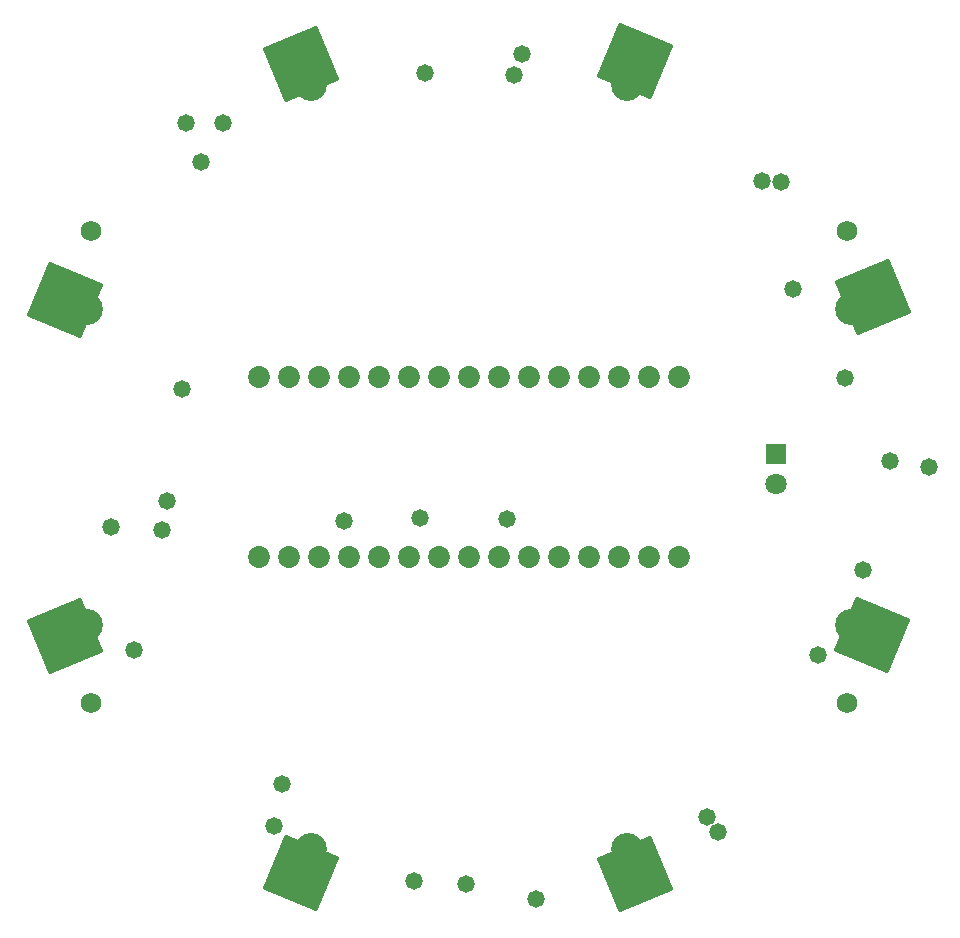
<source format=gbs>
G04 Layer_Color=8150272*
%FSLAX24Y24*%
%MOIN*%
G70*
G01*
G75*
%ADD22P,0.2784X4X67.5*%
%ADD23P,0.2784X4X112.5*%
G04:AMPARAMS|DCode=24|XSize=196.9mil|YSize=196.9mil|CornerRadius=0mil|HoleSize=0mil|Usage=FLASHONLY|Rotation=67.500|XOffset=0mil|YOffset=0mil|HoleType=Round|Shape=Rectangle|*
%AMROTATEDRECTD24*
4,1,4,0.0533,-0.1286,-0.1286,-0.0533,-0.0533,0.1286,0.1286,0.0533,0.0533,-0.1286,0.0*
%
%ADD24ROTATEDRECTD24*%

%ADD25P,0.2784X4X67.5*%
G04:AMPARAMS|DCode=26|XSize=196.9mil|YSize=196.9mil|CornerRadius=0mil|HoleSize=0mil|Usage=FLASHONLY|Rotation=22.500|XOffset=0mil|YOffset=0mil|HoleType=Round|Shape=Rectangle|*
%AMROTATEDRECTD26*
4,1,4,-0.0533,-0.1286,-0.1286,0.0533,0.0533,0.1286,0.1286,-0.0533,-0.0533,-0.1286,0.0*
%
%ADD26ROTATEDRECTD26*%

%ADD723C,0.1064*%
%ADD724R,0.0710X0.0710*%
%ADD725C,0.0710*%
%ADD726C,0.0730*%
%ADD727C,0.0680*%
%ADD728C,0.0580*%
D22*
X16044Y23884D02*
D03*
X35060Y15971D02*
D03*
D23*
X23924Y16005D02*
D03*
X16050Y35100D02*
D03*
D24*
X35066Y43052D02*
D03*
X42940Y23918D02*
D03*
D25*
X23918Y42979D02*
D03*
D26*
X42974Y35184D02*
D03*
D723*
X16797Y34801D02*
D03*
X24254Y42258D02*
D03*
X42258Y34801D02*
D03*
X34801Y42258D02*
D03*
X16797Y24254D02*
D03*
X24254Y16797D02*
D03*
X34801Y16797D02*
D03*
X42258Y24254D02*
D03*
D724*
X39764Y29961D02*
D03*
D725*
Y28961D02*
D03*
D726*
X36530Y26550D02*
D03*
X35530D02*
D03*
X34530D02*
D03*
X33530D02*
D03*
X32530D02*
D03*
X31530D02*
D03*
X30530D02*
D03*
X29530D02*
D03*
X28530D02*
D03*
X27530D02*
D03*
X26530D02*
D03*
X25530D02*
D03*
X24530D02*
D03*
X23530D02*
D03*
X22530D02*
D03*
X36530Y32550D02*
D03*
X35530D02*
D03*
X34530D02*
D03*
X33530D02*
D03*
X32530D02*
D03*
X31530D02*
D03*
X30530D02*
D03*
X22530D02*
D03*
X23530D02*
D03*
X24530D02*
D03*
X25530D02*
D03*
X26530D02*
D03*
X27530D02*
D03*
X28530D02*
D03*
X29530D02*
D03*
D727*
X16929Y37402D02*
D03*
X42126D02*
D03*
X16929Y21654D02*
D03*
X42126D02*
D03*
D728*
X44854Y29528D02*
D03*
X23290Y18970D02*
D03*
X43560Y29720D02*
D03*
X19291Y27441D02*
D03*
X19450Y28400D02*
D03*
X19961Y32126D02*
D03*
X27874Y27835D02*
D03*
X30787Y27795D02*
D03*
X28040Y42677D02*
D03*
X21310Y40990D02*
D03*
X29430Y15620D02*
D03*
X31283Y43307D02*
D03*
X39911Y39020D02*
D03*
X37820Y17380D02*
D03*
X42640Y26100D02*
D03*
X42070Y32510D02*
D03*
X25350Y27730D02*
D03*
X20584Y39700D02*
D03*
X31010Y42610D02*
D03*
X31768Y15118D02*
D03*
X37440Y17870D02*
D03*
X20090Y40990D02*
D03*
X40330Y35480D02*
D03*
X39291Y39055D02*
D03*
X23031Y17559D02*
D03*
X27677Y15748D02*
D03*
X18346Y23425D02*
D03*
X17598Y27520D02*
D03*
X41142Y23268D02*
D03*
M02*

</source>
